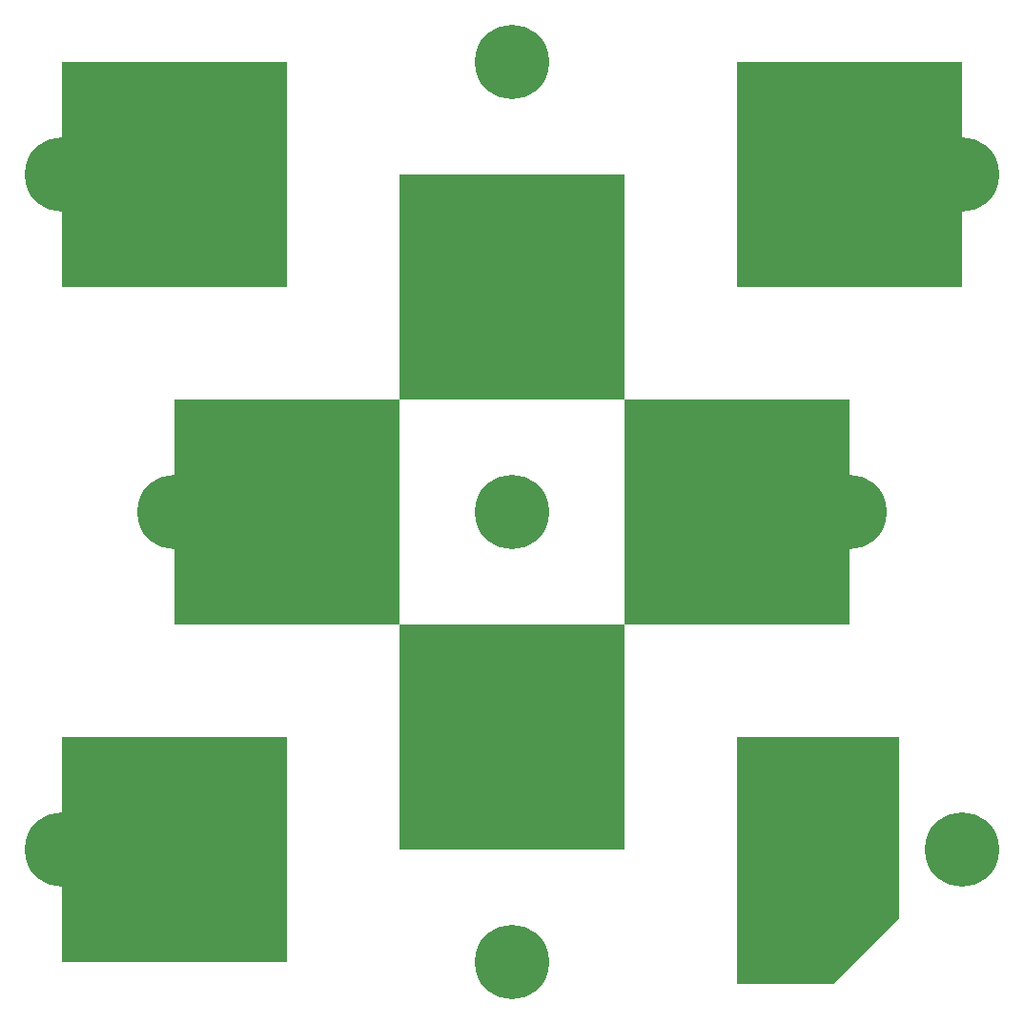
<source format=gts>
%FSLAX44Y44*%
%MOMM*%
G71*
G01*
G75*
G04 Layer_Color=8388736*
%ADD10C,0.5000*%
%ADD11C,1.0000*%
%ADD12C,1.2000*%
%ADD13C,6.5000*%
%ADD14C,0.6000*%
%ADD15R,3.0000X1.2000*%
%ADD16R,3.3000X1.0000*%
%ADD17R,3.3000X1.3000*%
%ADD18R,0.9200X2.3400*%
%ADD19R,0.7200X2.3400*%
%ADD20R,1.0000X1.0000*%
%ADD21R,0.9000X1.0000*%
%ADD22R,1.5000X0.6000*%
%ADD23C,0.2000*%
%ADD24C,0.1500*%
%ADD25C,0.1000*%
%ADD26C,6.6000*%
%ADD27C,0.7000*%
G36*
X1237000Y1250000D02*
X1437000D01*
Y1050000D01*
X1237000D01*
Y1250000D01*
X1037000D01*
Y1450000D01*
X1237000D01*
Y1250000D01*
D02*
G37*
G36*
X1137000Y950000D02*
X937000D01*
Y1150000D01*
X1137000D01*
Y950000D01*
D02*
G37*
G36*
X1681000Y989000D02*
X1623000Y931000D01*
Y931000D01*
X1537000D01*
Y1150000D01*
X1681000D01*
Y989000D01*
D02*
G37*
G36*
X1637000Y1250000D02*
X1437000D01*
Y1450000D01*
X1637000D01*
Y1250000D01*
D02*
G37*
G36*
X1737000Y1550000D02*
X1537000D01*
Y1750000D01*
X1737000D01*
Y1550000D01*
D02*
G37*
G36*
X1137000D02*
X937000D01*
Y1750000D01*
X1137000D01*
Y1550000D01*
D02*
G37*
G36*
X1437000Y1450000D02*
X1237000D01*
Y1650000D01*
X1437000D01*
Y1450000D01*
D02*
G37*
D26*
X1037000Y1350000D02*
D03*
X1337000D02*
D03*
X1637000D02*
D03*
X1737000Y1650000D02*
D03*
X1337000Y1750000D02*
D03*
X937000Y1650000D02*
D03*
Y1050000D02*
D03*
X1337000Y950000D02*
D03*
X1737000Y1050000D02*
D03*
D27*
X1022000Y1655000D02*
D03*
X1032000D02*
D03*
X1042000D02*
D03*
X1052000D02*
D03*
Y1645000D02*
D03*
X1042000D02*
D03*
X1032000D02*
D03*
X1022000D02*
D03*
X1622000Y1655000D02*
D03*
X1632000D02*
D03*
X1642000D02*
D03*
X1652000D02*
D03*
Y1645000D02*
D03*
X1642000D02*
D03*
X1632000D02*
D03*
X1622000D02*
D03*
X1352000Y1155000D02*
D03*
X1342000D02*
D03*
X1332000D02*
D03*
X1322000D02*
D03*
Y1145000D02*
D03*
X1332000D02*
D03*
X1342000D02*
D03*
X1352000D02*
D03*
X1022000Y1055000D02*
D03*
X1032000D02*
D03*
X1042000D02*
D03*
X1052000D02*
D03*
Y1045000D02*
D03*
X1042000D02*
D03*
X1032000D02*
D03*
X1022000D02*
D03*
X1622000Y1055000D02*
D03*
X1632000D02*
D03*
X1642000D02*
D03*
X1652000D02*
D03*
Y1045000D02*
D03*
X1642000D02*
D03*
X1632000D02*
D03*
X1622000D02*
D03*
X1137000Y1360000D02*
D03*
X1537000Y1350000D02*
D03*
Y1360000D02*
D03*
Y1340000D02*
D03*
X1322000Y1555000D02*
D03*
X1332000D02*
D03*
X1342000D02*
D03*
X1352000D02*
D03*
Y1545000D02*
D03*
X1342000D02*
D03*
X1332000D02*
D03*
X1322000D02*
D03*
M02*

</source>
